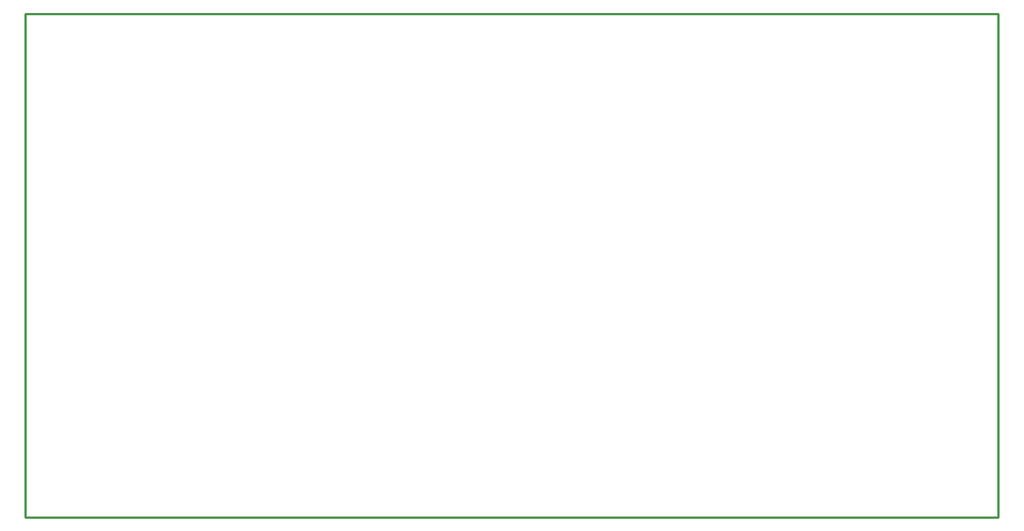
<source format=gbr>
G04 start of page 4 for group 2 idx 2 *
G04 Title: joystick-board, outline *
G04 Creator: pcb 20140316 *
G04 CreationDate: Mon 11 Dec 2017 05:03:33 PM GMT UTC *
G04 For: brian *
G04 Format: Gerber/RS-274X *
G04 PCB-Dimensions (mil): 6000.00 5000.00 *
G04 PCB-Coordinate-Origin: lower left *
%MOIN*%
%FSLAX25Y25*%
%LNOUTLINE*%
%ADD41C,0.0100*%
G54D41*X41000Y386000D02*Y166000D01*
X466000D01*
Y386000D01*
X41000D01*
M02*

</source>
